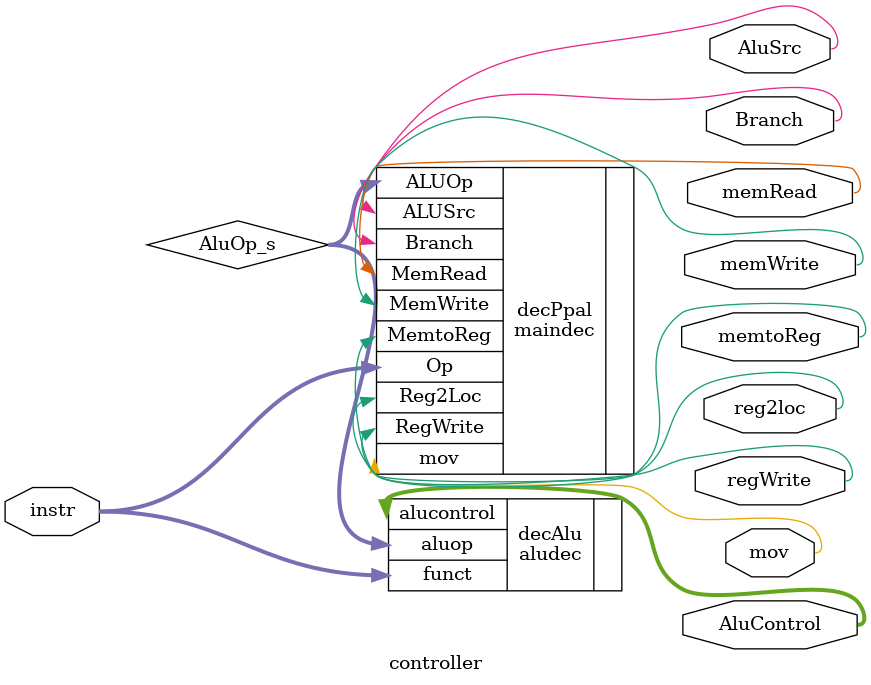
<source format=sv>

module controller(input logic [10:0] instr,
						output logic [3:0] AluControl,						
						output logic reg2loc, regWrite, AluSrc, Branch,
											memtoReg, memRead, memWrite, mov);
											
	logic [1:0] AluOp_s;
											
	maindec 	decPpal 	(.Op(instr), 
							.Reg2Loc(reg2loc), 
							.ALUSrc(AluSrc), 
							.MemtoReg(memtoReg), 
							.RegWrite(regWrite), 
							.MemRead(memRead), 
							.MemWrite(memWrite), 
							.Branch(Branch), 
							.ALUOp(AluOp_s),
							.mov(mov));	
					
								
	aludec 	decAlu 	(.funct(instr), 
							.aluop(AluOp_s), 
							.alucontrol(AluControl));
			
endmodule

</source>
